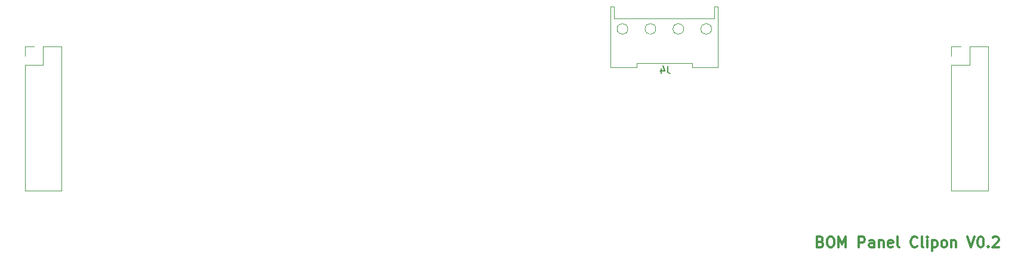
<source format=gbr>
G04 #@! TF.GenerationSoftware,KiCad,Pcbnew,(5.1.4)-1*
G04 #@! TF.CreationDate,2021-03-05T08:28:38-08:00*
G04 #@! TF.ProjectId,BOMPanelClipon,424f4d50-616e-4656-9c43-6c69706f6e2e,rev?*
G04 #@! TF.SameCoordinates,Original*
G04 #@! TF.FileFunction,Legend,Bot*
G04 #@! TF.FilePolarity,Positive*
%FSLAX46Y46*%
G04 Gerber Fmt 4.6, Leading zero omitted, Abs format (unit mm)*
G04 Created by KiCad (PCBNEW (5.1.4)-1) date 2021-03-05 08:28:38*
%MOMM*%
%LPD*%
G04 APERTURE LIST*
%ADD10C,0.300000*%
%ADD11C,0.120000*%
%ADD12C,0.150000*%
G04 APERTURE END LIST*
D10*
X45842857Y-17492857D02*
X46057142Y-17564285D01*
X46128571Y-17635714D01*
X46200000Y-17778571D01*
X46200000Y-17992857D01*
X46128571Y-18135714D01*
X46057142Y-18207142D01*
X45914285Y-18278571D01*
X45342857Y-18278571D01*
X45342857Y-16778571D01*
X45842857Y-16778571D01*
X45985714Y-16850000D01*
X46057142Y-16921428D01*
X46128571Y-17064285D01*
X46128571Y-17207142D01*
X46057142Y-17350000D01*
X45985714Y-17421428D01*
X45842857Y-17492857D01*
X45342857Y-17492857D01*
X47128571Y-16778571D02*
X47414285Y-16778571D01*
X47557142Y-16850000D01*
X47700000Y-16992857D01*
X47771428Y-17278571D01*
X47771428Y-17778571D01*
X47700000Y-18064285D01*
X47557142Y-18207142D01*
X47414285Y-18278571D01*
X47128571Y-18278571D01*
X46985714Y-18207142D01*
X46842857Y-18064285D01*
X46771428Y-17778571D01*
X46771428Y-17278571D01*
X46842857Y-16992857D01*
X46985714Y-16850000D01*
X47128571Y-16778571D01*
X48414285Y-18278571D02*
X48414285Y-16778571D01*
X48914285Y-17850000D01*
X49414285Y-16778571D01*
X49414285Y-18278571D01*
X51271428Y-18278571D02*
X51271428Y-16778571D01*
X51842857Y-16778571D01*
X51985714Y-16850000D01*
X52057142Y-16921428D01*
X52128571Y-17064285D01*
X52128571Y-17278571D01*
X52057142Y-17421428D01*
X51985714Y-17492857D01*
X51842857Y-17564285D01*
X51271428Y-17564285D01*
X53414285Y-18278571D02*
X53414285Y-17492857D01*
X53342857Y-17350000D01*
X53200000Y-17278571D01*
X52914285Y-17278571D01*
X52771428Y-17350000D01*
X53414285Y-18207142D02*
X53271428Y-18278571D01*
X52914285Y-18278571D01*
X52771428Y-18207142D01*
X52700000Y-18064285D01*
X52700000Y-17921428D01*
X52771428Y-17778571D01*
X52914285Y-17707142D01*
X53271428Y-17707142D01*
X53414285Y-17635714D01*
X54128571Y-17278571D02*
X54128571Y-18278571D01*
X54128571Y-17421428D02*
X54200000Y-17350000D01*
X54342857Y-17278571D01*
X54557142Y-17278571D01*
X54700000Y-17350000D01*
X54771428Y-17492857D01*
X54771428Y-18278571D01*
X56057142Y-18207142D02*
X55914285Y-18278571D01*
X55628571Y-18278571D01*
X55485714Y-18207142D01*
X55414285Y-18064285D01*
X55414285Y-17492857D01*
X55485714Y-17350000D01*
X55628571Y-17278571D01*
X55914285Y-17278571D01*
X56057142Y-17350000D01*
X56128571Y-17492857D01*
X56128571Y-17635714D01*
X55414285Y-17778571D01*
X56985714Y-18278571D02*
X56842857Y-18207142D01*
X56771428Y-18064285D01*
X56771428Y-16778571D01*
X59557142Y-18135714D02*
X59485714Y-18207142D01*
X59271428Y-18278571D01*
X59128571Y-18278571D01*
X58914285Y-18207142D01*
X58771428Y-18064285D01*
X58699999Y-17921428D01*
X58628571Y-17635714D01*
X58628571Y-17421428D01*
X58699999Y-17135714D01*
X58771428Y-16992857D01*
X58914285Y-16850000D01*
X59128571Y-16778571D01*
X59271428Y-16778571D01*
X59485714Y-16850000D01*
X59557142Y-16921428D01*
X60414285Y-18278571D02*
X60271428Y-18207142D01*
X60199999Y-18064285D01*
X60199999Y-16778571D01*
X60985714Y-18278571D02*
X60985714Y-17278571D01*
X60985714Y-16778571D02*
X60914285Y-16850000D01*
X60985714Y-16921428D01*
X61057142Y-16850000D01*
X60985714Y-16778571D01*
X60985714Y-16921428D01*
X61699999Y-17278571D02*
X61699999Y-18778571D01*
X61699999Y-17350000D02*
X61842857Y-17278571D01*
X62128571Y-17278571D01*
X62271428Y-17350000D01*
X62342857Y-17421428D01*
X62414285Y-17564285D01*
X62414285Y-17992857D01*
X62342857Y-18135714D01*
X62271428Y-18207142D01*
X62128571Y-18278571D01*
X61842857Y-18278571D01*
X61699999Y-18207142D01*
X63271428Y-18278571D02*
X63128571Y-18207142D01*
X63057142Y-18135714D01*
X62985714Y-17992857D01*
X62985714Y-17564285D01*
X63057142Y-17421428D01*
X63128571Y-17350000D01*
X63271428Y-17278571D01*
X63485714Y-17278571D01*
X63628571Y-17350000D01*
X63700000Y-17421428D01*
X63771428Y-17564285D01*
X63771428Y-17992857D01*
X63700000Y-18135714D01*
X63628571Y-18207142D01*
X63485714Y-18278571D01*
X63271428Y-18278571D01*
X64414285Y-17278571D02*
X64414285Y-18278571D01*
X64414285Y-17421428D02*
X64485714Y-17350000D01*
X64628571Y-17278571D01*
X64842857Y-17278571D01*
X64985714Y-17350000D01*
X65057142Y-17492857D01*
X65057142Y-18278571D01*
X66700000Y-16778571D02*
X67200000Y-18278571D01*
X67700000Y-16778571D01*
X68485714Y-16778571D02*
X68628571Y-16778571D01*
X68771428Y-16850000D01*
X68842857Y-16921428D01*
X68914285Y-17064285D01*
X68985714Y-17350000D01*
X68985714Y-17707142D01*
X68914285Y-17992857D01*
X68842857Y-18135714D01*
X68771428Y-18207142D01*
X68628571Y-18278571D01*
X68485714Y-18278571D01*
X68342857Y-18207142D01*
X68271428Y-18135714D01*
X68200000Y-17992857D01*
X68128571Y-17707142D01*
X68128571Y-17350000D01*
X68200000Y-17064285D01*
X68271428Y-16921428D01*
X68342857Y-16850000D01*
X68485714Y-16778571D01*
X69628571Y-18135714D02*
X69700000Y-18207142D01*
X69628571Y-18278571D01*
X69557142Y-18207142D01*
X69628571Y-18135714D01*
X69628571Y-18278571D01*
X70271428Y-16921428D02*
X70342857Y-16850000D01*
X70485714Y-16778571D01*
X70842857Y-16778571D01*
X70985714Y-16850000D01*
X71057142Y-16921428D01*
X71128571Y-17064285D01*
X71128571Y-17207142D01*
X71057142Y-17421428D01*
X70200000Y-18278571D01*
X71128571Y-18278571D01*
D11*
X31305000Y7289000D02*
X31305000Y15925000D01*
X30797000Y14223200D02*
X16573000Y14223200D01*
X16065000Y7289000D02*
X16065000Y15925000D01*
X18503400Y12750000D02*
G75*
G03X18503400Y12750000I-762000J0D01*
G01*
X22465800Y12750000D02*
G75*
G03X22465800Y12750000I-762000J0D01*
G01*
X26428200Y12750000D02*
G75*
G03X26428200Y12750000I-762000J0D01*
G01*
X30390600Y12750000D02*
G75*
G03X30390600Y12750000I-762000J0D01*
G01*
X16065000Y15925000D02*
X16573000Y15925000D01*
X16573000Y15925000D02*
X16573000Y14223200D01*
X31305000Y15925000D02*
X30797000Y15925000D01*
X30797000Y15925000D02*
X30797000Y14223200D01*
X19722600Y7289000D02*
X19722600Y7924000D01*
X19722600Y7924000D02*
X27647400Y7924000D01*
X27647400Y7924000D02*
X27647400Y7289000D01*
X16065000Y7289000D02*
X19722600Y7289000D01*
X31305000Y7289000D02*
X27647400Y7289000D01*
X-65730000Y10220000D02*
X-67060000Y10220000D01*
X-67060000Y10220000D02*
X-67060000Y8890000D01*
X-64460000Y10220000D02*
X-64460000Y7620000D01*
X-64460000Y7620000D02*
X-67060000Y7620000D01*
X-67060000Y7620000D02*
X-67060000Y-10220000D01*
X-61860000Y-10220000D02*
X-67060000Y-10220000D01*
X-61860000Y10220000D02*
X-61860000Y-10220000D01*
X-61860000Y10220000D02*
X-64460000Y10220000D01*
X69600000Y10220000D02*
X67000000Y10220000D01*
X69600000Y10220000D02*
X69600000Y-10220000D01*
X69600000Y-10220000D02*
X64400000Y-10220000D01*
X64400000Y7620000D02*
X64400000Y-10220000D01*
X67000000Y7620000D02*
X64400000Y7620000D01*
X67000000Y10220000D02*
X67000000Y7620000D01*
X64400000Y10220000D02*
X64400000Y8890000D01*
X65730000Y10220000D02*
X64400000Y10220000D01*
D12*
X24145333Y7455619D02*
X24145333Y6741333D01*
X24192952Y6598476D01*
X24288190Y6503238D01*
X24431047Y6455619D01*
X24526285Y6455619D01*
X23240571Y7122285D02*
X23240571Y6455619D01*
X23478666Y7503238D02*
X23716761Y6788952D01*
X23097714Y6788952D01*
M02*

</source>
